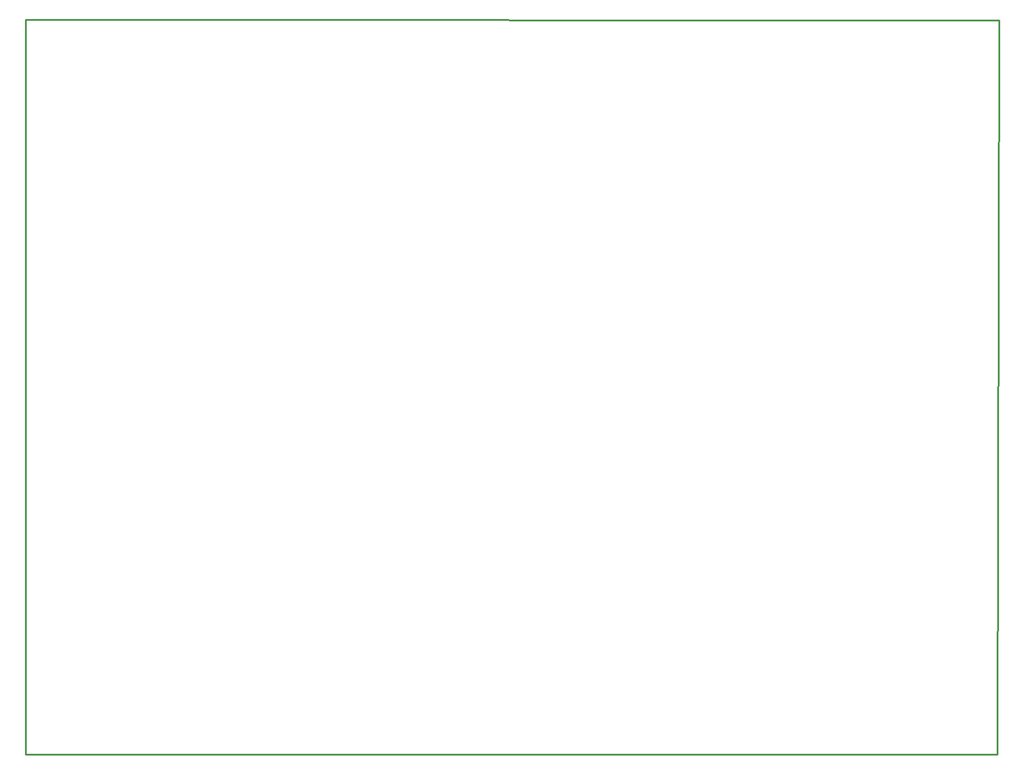
<source format=gbr>
G04 DipTrace 2.4.0.2*
%INBoardOutline.gbr*%
%MOMM*%
%ADD10C,0.254*%
%FSLAX53Y53*%
G04*
G71*
G90*
G75*
G01*
%LNBoardOutline*%
%LPD*%
X10055Y114730D2*
D10*
X148644Y114571D1*
X148380Y10000D1*
X10000Y10040D1*
X10055Y114730D1*
M02*

</source>
